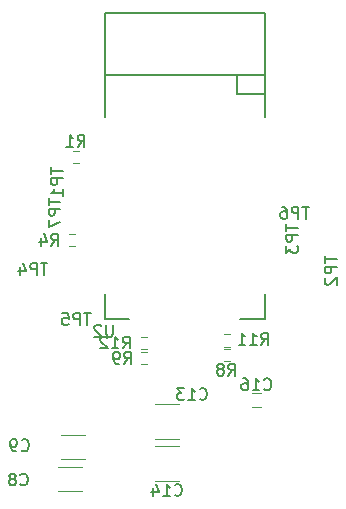
<source format=gbr>
G04 #@! TF.GenerationSoftware,KiCad,Pcbnew,5.0.0*
G04 #@! TF.CreationDate,2018-08-14T07:54:27-04:00*
G04 #@! TF.ProjectId,telegraph,74656C6567726170682E6B696361645F,rev?*
G04 #@! TF.SameCoordinates,Original*
G04 #@! TF.FileFunction,Legend,Bot*
G04 #@! TF.FilePolarity,Positive*
%FSLAX46Y46*%
G04 Gerber Fmt 4.6, Leading zero omitted, Abs format (unit mm)*
G04 Created by KiCad (PCBNEW 5.0.0) date Tue Aug 14 07:54:27 2018*
%MOMM*%
%LPD*%
G01*
G04 APERTURE LIST*
%ADD10C,0.120000*%
%ADD11C,0.150000*%
G04 APERTURE END LIST*
D10*
G04 #@! TO.C,C16*
X131900000Y-128700000D02*
X132600000Y-128700000D01*
X132600000Y-127500000D02*
X131900000Y-127500000D01*
G04 #@! TO.C,C9*
X117700000Y-133088000D02*
X115700000Y-133088000D01*
X115700000Y-131048000D02*
X117700000Y-131048000D01*
G04 #@! TO.C,C8*
X115450000Y-133798000D02*
X117450000Y-133798000D01*
X117450000Y-135838000D02*
X115450000Y-135838000D01*
G04 #@! TO.C,C13*
X123676000Y-128444000D02*
X125676000Y-128444000D01*
X125676000Y-131404000D02*
X123676000Y-131404000D01*
G04 #@! TO.C,C14*
X125676000Y-134960000D02*
X123676000Y-134960000D01*
X123676000Y-132000000D02*
X125676000Y-132000000D01*
D11*
G04 #@! TO.C,U2*
X133000000Y-121228000D02*
X133000000Y-119128000D01*
X130900000Y-121228000D02*
X133000000Y-121228000D01*
X119400000Y-121228000D02*
X119400000Y-119128000D01*
X121500000Y-121228000D02*
X119400000Y-121228000D01*
X119400000Y-95328000D02*
X119400000Y-104128000D01*
X133000000Y-95328000D02*
X119400000Y-95328000D01*
X133000000Y-104128000D02*
X133000000Y-95328000D01*
X133000000Y-100628000D02*
X119400000Y-100628000D01*
X130600000Y-102228000D02*
X130600000Y-100628000D01*
X133000000Y-102228000D02*
X130600000Y-102228000D01*
D10*
G04 #@! TO.C,R8*
X129500000Y-123788000D02*
X130000000Y-123788000D01*
X130000000Y-124848000D02*
X129500000Y-124848000D01*
G04 #@! TO.C,R9*
X122950000Y-125098000D02*
X122450000Y-125098000D01*
X122450000Y-124038000D02*
X122950000Y-124038000D01*
G04 #@! TO.C,R11*
X129500000Y-122538000D02*
X130000000Y-122538000D01*
X130000000Y-123598000D02*
X129500000Y-123598000D01*
G04 #@! TO.C,R12*
X122450000Y-122788000D02*
X122950000Y-122788000D01*
X122950000Y-123848000D02*
X122450000Y-123848000D01*
G04 #@! TO.C,R1*
X117200000Y-108098000D02*
X116700000Y-108098000D01*
X116700000Y-107038000D02*
X117200000Y-107038000D01*
G04 #@! TO.C,R4*
X116900000Y-115098000D02*
X116400000Y-115098000D01*
X116400000Y-114038000D02*
X116900000Y-114038000D01*
G04 #@! TO.C,C16*
D11*
X132892857Y-127207142D02*
X132940476Y-127254761D01*
X133083333Y-127302380D01*
X133178571Y-127302380D01*
X133321428Y-127254761D01*
X133416666Y-127159523D01*
X133464285Y-127064285D01*
X133511904Y-126873809D01*
X133511904Y-126730952D01*
X133464285Y-126540476D01*
X133416666Y-126445238D01*
X133321428Y-126350000D01*
X133178571Y-126302380D01*
X133083333Y-126302380D01*
X132940476Y-126350000D01*
X132892857Y-126397619D01*
X131940476Y-127302380D02*
X132511904Y-127302380D01*
X132226190Y-127302380D02*
X132226190Y-126302380D01*
X132321428Y-126445238D01*
X132416666Y-126540476D01*
X132511904Y-126588095D01*
X131083333Y-126302380D02*
X131273809Y-126302380D01*
X131369047Y-126350000D01*
X131416666Y-126397619D01*
X131511904Y-126540476D01*
X131559523Y-126730952D01*
X131559523Y-127111904D01*
X131511904Y-127207142D01*
X131464285Y-127254761D01*
X131369047Y-127302380D01*
X131178571Y-127302380D01*
X131083333Y-127254761D01*
X131035714Y-127207142D01*
X130988095Y-127111904D01*
X130988095Y-126873809D01*
X131035714Y-126778571D01*
X131083333Y-126730952D01*
X131178571Y-126683333D01*
X131369047Y-126683333D01*
X131464285Y-126730952D01*
X131511904Y-126778571D01*
X131559523Y-126873809D01*
G04 #@! TO.C,C9*
X112366666Y-132357142D02*
X112414285Y-132404761D01*
X112557142Y-132452380D01*
X112652380Y-132452380D01*
X112795238Y-132404761D01*
X112890476Y-132309523D01*
X112938095Y-132214285D01*
X112985714Y-132023809D01*
X112985714Y-131880952D01*
X112938095Y-131690476D01*
X112890476Y-131595238D01*
X112795238Y-131500000D01*
X112652380Y-131452380D01*
X112557142Y-131452380D01*
X112414285Y-131500000D01*
X112366666Y-131547619D01*
X111890476Y-132452380D02*
X111700000Y-132452380D01*
X111604761Y-132404761D01*
X111557142Y-132357142D01*
X111461904Y-132214285D01*
X111414285Y-132023809D01*
X111414285Y-131642857D01*
X111461904Y-131547619D01*
X111509523Y-131500000D01*
X111604761Y-131452380D01*
X111795238Y-131452380D01*
X111890476Y-131500000D01*
X111938095Y-131547619D01*
X111985714Y-131642857D01*
X111985714Y-131880952D01*
X111938095Y-131976190D01*
X111890476Y-132023809D01*
X111795238Y-132071428D01*
X111604761Y-132071428D01*
X111509523Y-132023809D01*
X111461904Y-131976190D01*
X111414285Y-131880952D01*
G04 #@! TO.C,C8*
X112266666Y-135257142D02*
X112314285Y-135304761D01*
X112457142Y-135352380D01*
X112552380Y-135352380D01*
X112695238Y-135304761D01*
X112790476Y-135209523D01*
X112838095Y-135114285D01*
X112885714Y-134923809D01*
X112885714Y-134780952D01*
X112838095Y-134590476D01*
X112790476Y-134495238D01*
X112695238Y-134400000D01*
X112552380Y-134352380D01*
X112457142Y-134352380D01*
X112314285Y-134400000D01*
X112266666Y-134447619D01*
X111695238Y-134780952D02*
X111790476Y-134733333D01*
X111838095Y-134685714D01*
X111885714Y-134590476D01*
X111885714Y-134542857D01*
X111838095Y-134447619D01*
X111790476Y-134400000D01*
X111695238Y-134352380D01*
X111504761Y-134352380D01*
X111409523Y-134400000D01*
X111361904Y-134447619D01*
X111314285Y-134542857D01*
X111314285Y-134590476D01*
X111361904Y-134685714D01*
X111409523Y-134733333D01*
X111504761Y-134780952D01*
X111695238Y-134780952D01*
X111790476Y-134828571D01*
X111838095Y-134876190D01*
X111885714Y-134971428D01*
X111885714Y-135161904D01*
X111838095Y-135257142D01*
X111790476Y-135304761D01*
X111695238Y-135352380D01*
X111504761Y-135352380D01*
X111409523Y-135304761D01*
X111361904Y-135257142D01*
X111314285Y-135161904D01*
X111314285Y-134971428D01*
X111361904Y-134876190D01*
X111409523Y-134828571D01*
X111504761Y-134780952D01*
G04 #@! TO.C,C13*
X127442857Y-128031142D02*
X127490476Y-128078761D01*
X127633333Y-128126380D01*
X127728571Y-128126380D01*
X127871428Y-128078761D01*
X127966666Y-127983523D01*
X128014285Y-127888285D01*
X128061904Y-127697809D01*
X128061904Y-127554952D01*
X128014285Y-127364476D01*
X127966666Y-127269238D01*
X127871428Y-127174000D01*
X127728571Y-127126380D01*
X127633333Y-127126380D01*
X127490476Y-127174000D01*
X127442857Y-127221619D01*
X126490476Y-128126380D02*
X127061904Y-128126380D01*
X126776190Y-128126380D02*
X126776190Y-127126380D01*
X126871428Y-127269238D01*
X126966666Y-127364476D01*
X127061904Y-127412095D01*
X126157142Y-127126380D02*
X125538095Y-127126380D01*
X125871428Y-127507333D01*
X125728571Y-127507333D01*
X125633333Y-127554952D01*
X125585714Y-127602571D01*
X125538095Y-127697809D01*
X125538095Y-127935904D01*
X125585714Y-128031142D01*
X125633333Y-128078761D01*
X125728571Y-128126380D01*
X126014285Y-128126380D01*
X126109523Y-128078761D01*
X126157142Y-128031142D01*
G04 #@! TO.C,C14*
X125318857Y-136157142D02*
X125366476Y-136204761D01*
X125509333Y-136252380D01*
X125604571Y-136252380D01*
X125747428Y-136204761D01*
X125842666Y-136109523D01*
X125890285Y-136014285D01*
X125937904Y-135823809D01*
X125937904Y-135680952D01*
X125890285Y-135490476D01*
X125842666Y-135395238D01*
X125747428Y-135300000D01*
X125604571Y-135252380D01*
X125509333Y-135252380D01*
X125366476Y-135300000D01*
X125318857Y-135347619D01*
X124366476Y-136252380D02*
X124937904Y-136252380D01*
X124652190Y-136252380D02*
X124652190Y-135252380D01*
X124747428Y-135395238D01*
X124842666Y-135490476D01*
X124937904Y-135538095D01*
X123509333Y-135585714D02*
X123509333Y-136252380D01*
X123747428Y-135204761D02*
X123985523Y-135919047D01*
X123366476Y-135919047D01*
G04 #@! TO.C,TP6*
X136711904Y-111770380D02*
X136140476Y-111770380D01*
X136426190Y-112770380D02*
X136426190Y-111770380D01*
X135807142Y-112770380D02*
X135807142Y-111770380D01*
X135426190Y-111770380D01*
X135330952Y-111818000D01*
X135283333Y-111865619D01*
X135235714Y-111960857D01*
X135235714Y-112103714D01*
X135283333Y-112198952D01*
X135330952Y-112246571D01*
X135426190Y-112294190D01*
X135807142Y-112294190D01*
X134378571Y-111770380D02*
X134569047Y-111770380D01*
X134664285Y-111818000D01*
X134711904Y-111865619D01*
X134807142Y-112008476D01*
X134854761Y-112198952D01*
X134854761Y-112579904D01*
X134807142Y-112675142D01*
X134759523Y-112722761D01*
X134664285Y-112770380D01*
X134473809Y-112770380D01*
X134378571Y-112722761D01*
X134330952Y-112675142D01*
X134283333Y-112579904D01*
X134283333Y-112341809D01*
X134330952Y-112246571D01*
X134378571Y-112198952D01*
X134473809Y-112151333D01*
X134664285Y-112151333D01*
X134759523Y-112198952D01*
X134807142Y-112246571D01*
X134854761Y-112341809D01*
G04 #@! TO.C,TP3*
X134752380Y-113238095D02*
X134752380Y-113809523D01*
X135752380Y-113523809D02*
X134752380Y-113523809D01*
X135752380Y-114142857D02*
X134752380Y-114142857D01*
X134752380Y-114523809D01*
X134800000Y-114619047D01*
X134847619Y-114666666D01*
X134942857Y-114714285D01*
X135085714Y-114714285D01*
X135180952Y-114666666D01*
X135228571Y-114619047D01*
X135276190Y-114523809D01*
X135276190Y-114142857D01*
X134752380Y-115047619D02*
X134752380Y-115666666D01*
X135133333Y-115333333D01*
X135133333Y-115476190D01*
X135180952Y-115571428D01*
X135228571Y-115619047D01*
X135323809Y-115666666D01*
X135561904Y-115666666D01*
X135657142Y-115619047D01*
X135704761Y-115571428D01*
X135752380Y-115476190D01*
X135752380Y-115190476D01*
X135704761Y-115095238D01*
X135657142Y-115047619D01*
G04 #@! TO.C,TP7*
X114652380Y-111038095D02*
X114652380Y-111609523D01*
X115652380Y-111323809D02*
X114652380Y-111323809D01*
X115652380Y-111942857D02*
X114652380Y-111942857D01*
X114652380Y-112323809D01*
X114700000Y-112419047D01*
X114747619Y-112466666D01*
X114842857Y-112514285D01*
X114985714Y-112514285D01*
X115080952Y-112466666D01*
X115128571Y-112419047D01*
X115176190Y-112323809D01*
X115176190Y-111942857D01*
X114652380Y-112847619D02*
X114652380Y-113514285D01*
X115652380Y-113085714D01*
G04 #@! TO.C,TP5*
X118211904Y-120770380D02*
X117640476Y-120770380D01*
X117926190Y-121770380D02*
X117926190Y-120770380D01*
X117307142Y-121770380D02*
X117307142Y-120770380D01*
X116926190Y-120770380D01*
X116830952Y-120818000D01*
X116783333Y-120865619D01*
X116735714Y-120960857D01*
X116735714Y-121103714D01*
X116783333Y-121198952D01*
X116830952Y-121246571D01*
X116926190Y-121294190D01*
X117307142Y-121294190D01*
X115830952Y-120770380D02*
X116307142Y-120770380D01*
X116354761Y-121246571D01*
X116307142Y-121198952D01*
X116211904Y-121151333D01*
X115973809Y-121151333D01*
X115878571Y-121198952D01*
X115830952Y-121246571D01*
X115783333Y-121341809D01*
X115783333Y-121579904D01*
X115830952Y-121675142D01*
X115878571Y-121722761D01*
X115973809Y-121770380D01*
X116211904Y-121770380D01*
X116307142Y-121722761D01*
X116354761Y-121675142D01*
G04 #@! TO.C,TP4*
X114561904Y-116552380D02*
X113990476Y-116552380D01*
X114276190Y-117552380D02*
X114276190Y-116552380D01*
X113657142Y-117552380D02*
X113657142Y-116552380D01*
X113276190Y-116552380D01*
X113180952Y-116600000D01*
X113133333Y-116647619D01*
X113085714Y-116742857D01*
X113085714Y-116885714D01*
X113133333Y-116980952D01*
X113180952Y-117028571D01*
X113276190Y-117076190D01*
X113657142Y-117076190D01*
X112228571Y-116885714D02*
X112228571Y-117552380D01*
X112466666Y-116504761D02*
X112704761Y-117219047D01*
X112085714Y-117219047D01*
G04 #@! TO.C,TP2*
X138052380Y-115938095D02*
X138052380Y-116509523D01*
X139052380Y-116223809D02*
X138052380Y-116223809D01*
X139052380Y-116842857D02*
X138052380Y-116842857D01*
X138052380Y-117223809D01*
X138100000Y-117319047D01*
X138147619Y-117366666D01*
X138242857Y-117414285D01*
X138385714Y-117414285D01*
X138480952Y-117366666D01*
X138528571Y-117319047D01*
X138576190Y-117223809D01*
X138576190Y-116842857D01*
X138147619Y-117795238D02*
X138100000Y-117842857D01*
X138052380Y-117938095D01*
X138052380Y-118176190D01*
X138100000Y-118271428D01*
X138147619Y-118319047D01*
X138242857Y-118366666D01*
X138338095Y-118366666D01*
X138480952Y-118319047D01*
X139052380Y-117747619D01*
X139052380Y-118366666D01*
G04 #@! TO.C,TP1*
X114852380Y-108438095D02*
X114852380Y-109009523D01*
X115852380Y-108723809D02*
X114852380Y-108723809D01*
X115852380Y-109342857D02*
X114852380Y-109342857D01*
X114852380Y-109723809D01*
X114900000Y-109819047D01*
X114947619Y-109866666D01*
X115042857Y-109914285D01*
X115185714Y-109914285D01*
X115280952Y-109866666D01*
X115328571Y-109819047D01*
X115376190Y-109723809D01*
X115376190Y-109342857D01*
X115852380Y-110866666D02*
X115852380Y-110295238D01*
X115852380Y-110580952D02*
X114852380Y-110580952D01*
X114995238Y-110485714D01*
X115090476Y-110390476D01*
X115138095Y-110295238D01*
G04 #@! TO.C,U2*
X120103904Y-121756380D02*
X120103904Y-122565904D01*
X120056285Y-122661142D01*
X120008666Y-122708761D01*
X119913428Y-122756380D01*
X119722952Y-122756380D01*
X119627714Y-122708761D01*
X119580095Y-122661142D01*
X119532476Y-122565904D01*
X119532476Y-121756380D01*
X119103904Y-121851619D02*
X119056285Y-121804000D01*
X118961047Y-121756380D01*
X118722952Y-121756380D01*
X118627714Y-121804000D01*
X118580095Y-121851619D01*
X118532476Y-121946857D01*
X118532476Y-122042095D01*
X118580095Y-122184952D01*
X119151523Y-122756380D01*
X118532476Y-122756380D01*
G04 #@! TO.C,R8*
X129866666Y-126052380D02*
X130200000Y-125576190D01*
X130438095Y-126052380D02*
X130438095Y-125052380D01*
X130057142Y-125052380D01*
X129961904Y-125100000D01*
X129914285Y-125147619D01*
X129866666Y-125242857D01*
X129866666Y-125385714D01*
X129914285Y-125480952D01*
X129961904Y-125528571D01*
X130057142Y-125576190D01*
X130438095Y-125576190D01*
X129295238Y-125480952D02*
X129390476Y-125433333D01*
X129438095Y-125385714D01*
X129485714Y-125290476D01*
X129485714Y-125242857D01*
X129438095Y-125147619D01*
X129390476Y-125100000D01*
X129295238Y-125052380D01*
X129104761Y-125052380D01*
X129009523Y-125100000D01*
X128961904Y-125147619D01*
X128914285Y-125242857D01*
X128914285Y-125290476D01*
X128961904Y-125385714D01*
X129009523Y-125433333D01*
X129104761Y-125480952D01*
X129295238Y-125480952D01*
X129390476Y-125528571D01*
X129438095Y-125576190D01*
X129485714Y-125671428D01*
X129485714Y-125861904D01*
X129438095Y-125957142D01*
X129390476Y-126004761D01*
X129295238Y-126052380D01*
X129104761Y-126052380D01*
X129009523Y-126004761D01*
X128961904Y-125957142D01*
X128914285Y-125861904D01*
X128914285Y-125671428D01*
X128961904Y-125576190D01*
X129009523Y-125528571D01*
X129104761Y-125480952D01*
G04 #@! TO.C,R9*
X121066666Y-125052380D02*
X121400000Y-124576190D01*
X121638095Y-125052380D02*
X121638095Y-124052380D01*
X121257142Y-124052380D01*
X121161904Y-124100000D01*
X121114285Y-124147619D01*
X121066666Y-124242857D01*
X121066666Y-124385714D01*
X121114285Y-124480952D01*
X121161904Y-124528571D01*
X121257142Y-124576190D01*
X121638095Y-124576190D01*
X120590476Y-125052380D02*
X120400000Y-125052380D01*
X120304761Y-125004761D01*
X120257142Y-124957142D01*
X120161904Y-124814285D01*
X120114285Y-124623809D01*
X120114285Y-124242857D01*
X120161904Y-124147619D01*
X120209523Y-124100000D01*
X120304761Y-124052380D01*
X120495238Y-124052380D01*
X120590476Y-124100000D01*
X120638095Y-124147619D01*
X120685714Y-124242857D01*
X120685714Y-124480952D01*
X120638095Y-124576190D01*
X120590476Y-124623809D01*
X120495238Y-124671428D01*
X120304761Y-124671428D01*
X120209523Y-124623809D01*
X120161904Y-124576190D01*
X120114285Y-124480952D01*
G04 #@! TO.C,R11*
X132642857Y-123452380D02*
X132976190Y-122976190D01*
X133214285Y-123452380D02*
X133214285Y-122452380D01*
X132833333Y-122452380D01*
X132738095Y-122500000D01*
X132690476Y-122547619D01*
X132642857Y-122642857D01*
X132642857Y-122785714D01*
X132690476Y-122880952D01*
X132738095Y-122928571D01*
X132833333Y-122976190D01*
X133214285Y-122976190D01*
X131690476Y-123452380D02*
X132261904Y-123452380D01*
X131976190Y-123452380D02*
X131976190Y-122452380D01*
X132071428Y-122595238D01*
X132166666Y-122690476D01*
X132261904Y-122738095D01*
X130738095Y-123452380D02*
X131309523Y-123452380D01*
X131023809Y-123452380D02*
X131023809Y-122452380D01*
X131119047Y-122595238D01*
X131214285Y-122690476D01*
X131309523Y-122738095D01*
G04 #@! TO.C,R12*
X120942857Y-123752380D02*
X121276190Y-123276190D01*
X121514285Y-123752380D02*
X121514285Y-122752380D01*
X121133333Y-122752380D01*
X121038095Y-122800000D01*
X120990476Y-122847619D01*
X120942857Y-122942857D01*
X120942857Y-123085714D01*
X120990476Y-123180952D01*
X121038095Y-123228571D01*
X121133333Y-123276190D01*
X121514285Y-123276190D01*
X119990476Y-123752380D02*
X120561904Y-123752380D01*
X120276190Y-123752380D02*
X120276190Y-122752380D01*
X120371428Y-122895238D01*
X120466666Y-122990476D01*
X120561904Y-123038095D01*
X119609523Y-122847619D02*
X119561904Y-122800000D01*
X119466666Y-122752380D01*
X119228571Y-122752380D01*
X119133333Y-122800000D01*
X119085714Y-122847619D01*
X119038095Y-122942857D01*
X119038095Y-123038095D01*
X119085714Y-123180952D01*
X119657142Y-123752380D01*
X119038095Y-123752380D01*
G04 #@! TO.C,R1*
X117116666Y-106670380D02*
X117450000Y-106194190D01*
X117688095Y-106670380D02*
X117688095Y-105670380D01*
X117307142Y-105670380D01*
X117211904Y-105718000D01*
X117164285Y-105765619D01*
X117116666Y-105860857D01*
X117116666Y-106003714D01*
X117164285Y-106098952D01*
X117211904Y-106146571D01*
X117307142Y-106194190D01*
X117688095Y-106194190D01*
X116164285Y-106670380D02*
X116735714Y-106670380D01*
X116450000Y-106670380D02*
X116450000Y-105670380D01*
X116545238Y-105813238D01*
X116640476Y-105908476D01*
X116735714Y-105956095D01*
G04 #@! TO.C,R4*
X114866666Y-115052380D02*
X115200000Y-114576190D01*
X115438095Y-115052380D02*
X115438095Y-114052380D01*
X115057142Y-114052380D01*
X114961904Y-114100000D01*
X114914285Y-114147619D01*
X114866666Y-114242857D01*
X114866666Y-114385714D01*
X114914285Y-114480952D01*
X114961904Y-114528571D01*
X115057142Y-114576190D01*
X115438095Y-114576190D01*
X114009523Y-114385714D02*
X114009523Y-115052380D01*
X114247619Y-114004761D02*
X114485714Y-114719047D01*
X113866666Y-114719047D01*
G04 #@! TD*
M02*

</source>
